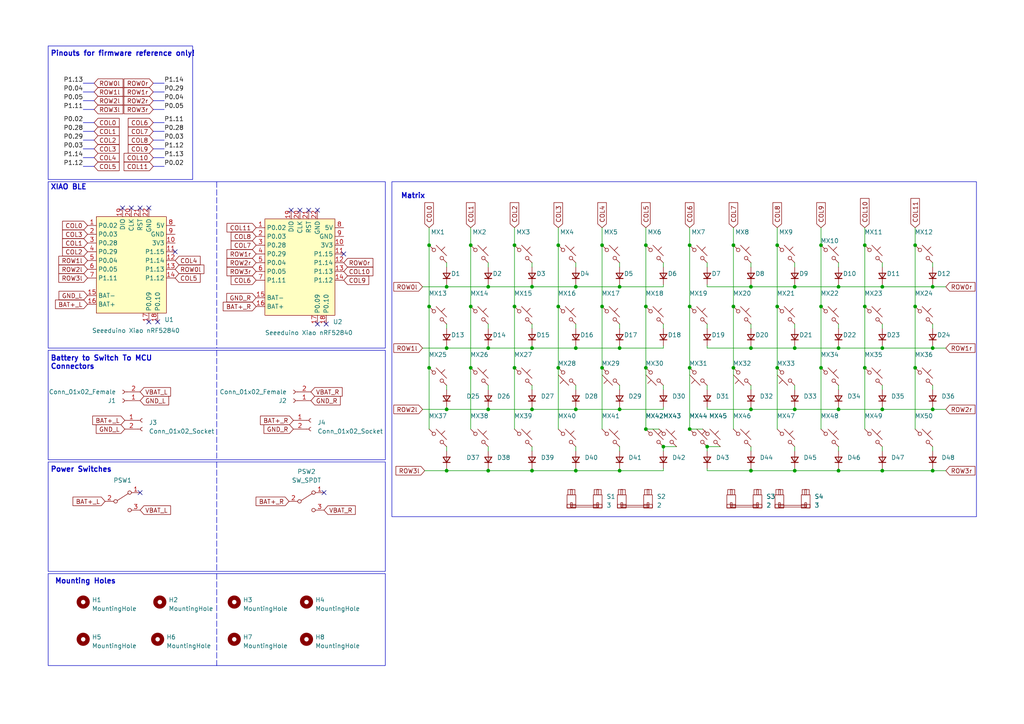
<source format=kicad_sch>
(kicad_sch (version 20230121) (generator eeschema)
  (paper "A4")
  (junction (at 154.305 118.745))
  (junction (at 149.225 88.9))
  (junction (at 167.005 118.745))
  (junction (at 217.805 136.525))
  (junction (at 167.005 100.965))
  (junction (at 238.125 106.68))
  (junction (at 225.425 106.68))
  (junction (at 217.805 100.965))
  (junction (at 161.925 106.68))
  (junction (at 200.025 124.46))
  (junction (at 124.46 88.9))
  (junction (at 161.925 88.9))
  (junction (at 200.025 71.12))
  (junction (at 238.125 71.12))
  (junction (at 174.625 71.12))
  (junction (at 217.805 83.185))
  (junction (at 270.51 136.525))
  (junction (at 265.43 88.9))
  (junction (at 243.205 136.525))
  (junction (at 154.305 136.525))
  (junction (at 141.605 136.525))
  (junction (at 187.325 106.68))
  (junction (at 238.125 88.9))
  (junction (at 270.51 100.965))
  (junction (at 187.325 88.9))
  (junction (at 179.705 83.185))
  (junction (at 129.54 83.185))
  (junction (at 179.705 118.745))
  (junction (at 200.025 106.68))
  (junction (at 270.51 118.745))
  (junction (at 255.905 100.965))
  (junction (at 243.205 83.185))
  (junction (at 129.54 100.965))
  (junction (at 230.505 100.965))
  (junction (at 265.43 106.68))
  (junction (at 250.825 88.9))
  (junction (at 230.505 118.745))
  (junction (at 217.805 118.745))
  (junction (at 230.505 136.525))
  (junction (at 225.425 71.12))
  (junction (at 149.225 71.12))
  (junction (at 243.205 118.745))
  (junction (at 167.005 136.525))
  (junction (at 250.825 71.12))
  (junction (at 154.305 83.185))
  (junction (at 265.43 71.12))
  (junction (at 212.725 88.9))
  (junction (at 187.325 71.12))
  (junction (at 149.225 106.68))
  (junction (at 124.46 71.12))
  (junction (at 255.905 136.525))
  (junction (at 205.105 129.54))
  (junction (at 141.605 83.185))
  (junction (at 179.705 100.965))
  (junction (at 136.525 106.68))
  (junction (at 141.605 100.965))
  (junction (at 141.605 118.745))
  (junction (at 255.905 83.185))
  (junction (at 124.46 106.68))
  (junction (at 255.905 118.745))
  (junction (at 129.54 118.745))
  (junction (at 179.705 136.525))
  (junction (at 270.51 83.185))
  (junction (at 136.525 71.12))
  (junction (at 167.005 83.185))
  (junction (at 212.725 71.12))
  (junction (at 174.625 88.9))
  (junction (at 174.625 106.68))
  (junction (at 154.305 100.965))
  (junction (at 129.54 136.525))
  (junction (at 161.925 71.12))
  (junction (at 192.405 129.54))
  (junction (at 187.325 124.46))
  (junction (at 250.825 106.68))
  (junction (at 230.505 83.185))
  (junction (at 136.525 88.9))
  (junction (at 200.025 88.9))
  (junction (at 212.725 106.68))
  (junction (at 225.425 88.9))
  (junction (at 243.205 100.965))
  (no_connect (at 99.695 73.66))
  (no_connect (at 93.98 142.875))
  (no_connect (at 92.075 93.98))
  (no_connect (at 84.455 60.96))
  (no_connect (at 40.64 60.325))
  (no_connect (at 38.1 60.325))
  (no_connect (at 92.075 60.96))
  (no_connect (at 94.615 93.98))
  (no_connect (at 43.18 93.345))
  (no_connect (at 50.8 73.025))
  (no_connect (at 40.64 142.875))
  (no_connect (at 86.995 60.96))
  (no_connect (at 45.72 93.345))
  (no_connect (at 35.56 60.325))
  (no_connect (at 89.535 60.96))
  (no_connect (at 43.18 60.325))
  (wire (pts (xy 238.125 106.68) (xy 238.125 124.46)))
  (wire (pts (xy 250.825 88.9) (xy 250.825 106.68)))
  (wire (pts (xy 179.705 135.89) (xy 179.705 136.525)))
  (polyline (pts (xy 62.865 192.405) (xy 62.865 193.04)))
  (wire (pts (xy 129.54 136.525) (xy 141.605 136.525)))
  (wire (pts (xy 141.605 100.33) (xy 141.605 100.965)))
  (wire (pts (xy 154.305 76.2) (xy 154.305 77.47)))
  (wire (pts (xy 243.205 118.745) (xy 255.905 118.745)))
  (wire (pts (xy 217.805 93.98) (xy 217.805 95.25)))
  (wire (pts (xy 187.325 124.46) (xy 191.135 124.46)))
  (wire (pts (xy 238.125 71.12) (xy 238.125 88.9)))
  (wire (pts (xy 230.505 118.11) (xy 230.505 118.745)))
  (wire (pts (xy 205.105 129.54) (xy 205.105 130.81)))
  (wire (pts (xy 265.43 71.12) (xy 265.43 88.9)))
  (wire (pts (xy 205.105 135.89) (xy 205.105 136.525)))
  (wire (pts (xy 179.705 83.185) (xy 192.405 83.185)))
  (wire (pts (xy 154.305 136.525) (xy 167.005 136.525)))
  (wire (pts (xy 154.305 93.98) (xy 154.305 95.25)))
  (wire (pts (xy 179.705 82.55) (xy 179.705 83.185)))
  (polyline (pts (xy 44.45 45.72) (xy 47.625 45.72)))
  (wire (pts (xy 174.625 88.9) (xy 174.625 106.68)))
  (wire (pts (xy 124.46 106.68) (xy 124.46 124.46)))
  (wire (pts (xy 205.105 118.11) (xy 205.105 118.745)))
  (wire (pts (xy 230.505 136.525) (xy 243.205 136.525)))
  (wire (pts (xy 161.925 66.04) (xy 161.925 71.12)))
  (wire (pts (xy 167.005 83.185) (xy 179.705 83.185)))
  (wire (pts (xy 243.205 135.89) (xy 243.205 136.525)))
  (wire (pts (xy 149.225 66.04) (xy 149.225 71.12)))
  (wire (pts (xy 217.805 83.185) (xy 230.505 83.185)))
  (polyline (pts (xy 24.13 29.21) (xy 27.305 29.21)))
  (wire (pts (xy 124.46 66.04) (xy 124.46 71.12)))
  (wire (pts (xy 129.54 129.54) (xy 129.54 130.81)))
  (wire (pts (xy 225.425 88.9) (xy 225.425 106.68)))
  (polyline (pts (xy 44.45 40.64) (xy 47.625 40.64)))
  (wire (pts (xy 129.54 100.965) (xy 141.605 100.965)))
  (wire (pts (xy 255.905 118.11) (xy 255.905 118.745)))
  (wire (pts (xy 174.625 71.12) (xy 174.625 88.9)))
  (wire (pts (xy 154.305 83.185) (xy 167.005 83.185)))
  (wire (pts (xy 122.555 100.965) (xy 129.54 100.965)))
  (wire (pts (xy 149.225 71.12) (xy 149.225 88.9)))
  (wire (pts (xy 217.805 100.965) (xy 230.505 100.965)))
  (wire (pts (xy 149.225 106.68) (xy 149.225 124.46)))
  (wire (pts (xy 230.505 111.76) (xy 230.505 113.03)))
  (wire (pts (xy 141.605 129.54) (xy 141.605 130.81)))
  (wire (pts (xy 230.505 100.33) (xy 230.505 100.965)))
  (wire (pts (xy 167.005 82.55) (xy 167.005 83.185)))
  (polyline (pts (xy 62.865 101.6) (xy 62.865 133.35)) (stroke (width 0) (type dash)))
  (polyline (pts (xy 62.865 52.705) (xy 62.865 100.965)) (stroke (width 0) (type dash)))
  (wire (pts (xy 187.325 66.04) (xy 187.325 71.12)))
  (wire (pts (xy 192.405 118.11) (xy 192.405 118.745)))
  (wire (pts (xy 270.51 118.11) (xy 270.51 118.745)))
  (wire (pts (xy 167.005 100.33) (xy 167.005 100.965)))
  (wire (pts (xy 141.605 118.745) (xy 154.305 118.745)))
  (wire (pts (xy 230.505 135.89) (xy 230.505 136.525)))
  (wire (pts (xy 129.54 118.745) (xy 141.605 118.745)))
  (wire (pts (xy 167.005 93.98) (xy 167.005 95.25)))
  (wire (pts (xy 243.205 129.54) (xy 243.205 130.81)))
  (wire (pts (xy 205.105 93.98) (xy 205.105 95.25)))
  (wire (pts (xy 243.205 100.965) (xy 255.905 100.965)))
  (wire (pts (xy 179.705 129.54) (xy 179.705 130.81)))
  (wire (pts (xy 255.905 118.745) (xy 270.51 118.745)))
  (wire (pts (xy 217.805 129.54) (xy 217.805 130.81)))
  (wire (pts (xy 141.605 93.98) (xy 141.605 95.25)))
  (wire (pts (xy 179.705 111.76) (xy 179.705 113.03)))
  (wire (pts (xy 167.005 129.54) (xy 167.005 130.81)))
  (wire (pts (xy 141.605 76.2) (xy 141.605 77.47)))
  (wire (pts (xy 255.905 93.98) (xy 255.905 95.25)))
  (wire (pts (xy 124.46 88.9) (xy 124.46 106.68)))
  (wire (pts (xy 154.305 111.76) (xy 154.305 113.03)))
  (wire (pts (xy 124.46 71.12) (xy 124.46 88.9)))
  (wire (pts (xy 270.51 129.54) (xy 270.51 130.81)))
  (wire (pts (xy 154.305 129.54) (xy 154.305 130.81)))
  (wire (pts (xy 270.51 118.745) (xy 274.32 118.745)))
  (wire (pts (xy 225.425 66.04) (xy 225.425 71.12)))
  (wire (pts (xy 179.705 136.525) (xy 192.405 136.525)))
  (wire (pts (xy 154.305 82.55) (xy 154.305 83.185)))
  (wire (pts (xy 129.54 82.55) (xy 129.54 83.185)))
  (wire (pts (xy 250.825 66.04) (xy 250.825 71.12)))
  (polyline (pts (xy 44.45 24.13) (xy 47.625 24.13)))
  (wire (pts (xy 270.51 135.89) (xy 270.51 136.525)))
  (wire (pts (xy 179.705 118.11) (xy 179.705 118.745)))
  (wire (pts (xy 122.555 118.745) (xy 129.54 118.745)))
  (wire (pts (xy 225.425 106.68) (xy 225.425 124.46)))
  (wire (pts (xy 217.805 118.11) (xy 217.805 118.745)))
  (wire (pts (xy 174.625 66.04) (xy 174.625 71.12)))
  (wire (pts (xy 129.54 76.2) (xy 129.54 77.47)))
  (wire (pts (xy 230.505 82.55) (xy 230.505 83.185)))
  (wire (pts (xy 141.605 82.55) (xy 141.605 83.185)))
  (wire (pts (xy 154.305 118.11) (xy 154.305 118.745)))
  (wire (pts (xy 230.505 100.965) (xy 243.205 100.965)))
  (wire (pts (xy 230.505 76.2) (xy 230.505 77.47)))
  (wire (pts (xy 136.525 88.9) (xy 136.525 106.68)))
  (wire (pts (xy 167.005 118.11) (xy 167.005 118.745)))
  (wire (pts (xy 217.805 111.76) (xy 217.805 113.03)))
  (wire (pts (xy 192.405 111.76) (xy 192.405 113.03)))
  (wire (pts (xy 230.505 129.54) (xy 230.505 130.81)))
  (wire (pts (xy 255.905 100.33) (xy 255.905 100.965)))
  (wire (pts (xy 129.54 135.89) (xy 129.54 136.525)))
  (wire (pts (xy 270.51 136.525) (xy 274.32 136.525)))
  (wire (pts (xy 161.925 106.68) (xy 161.925 124.46)))
  (wire (pts (xy 154.305 118.745) (xy 167.005 118.745)))
  (wire (pts (xy 212.725 88.9) (xy 212.725 106.68)))
  (wire (pts (xy 129.54 83.185) (xy 141.605 83.185)))
  (wire (pts (xy 167.005 136.525) (xy 179.705 136.525)))
  (wire (pts (xy 230.505 83.185) (xy 243.205 83.185)))
  (wire (pts (xy 225.425 71.12) (xy 225.425 88.9)))
  (wire (pts (xy 238.125 88.9) (xy 238.125 106.68)))
  (wire (pts (xy 217.805 100.33) (xy 217.805 100.965)))
  (wire (pts (xy 136.525 106.68) (xy 136.525 124.46)))
  (wire (pts (xy 141.605 118.11) (xy 141.605 118.745)))
  (wire (pts (xy 129.54 111.76) (xy 129.54 113.03)))
  (wire (pts (xy 205.105 118.745) (xy 217.805 118.745)))
  (wire (pts (xy 154.305 100.33) (xy 154.305 100.965)))
  (wire (pts (xy 265.43 66.04) (xy 265.43 71.12)))
  (wire (pts (xy 265.43 88.9) (xy 265.43 106.68)))
  (wire (pts (xy 205.105 76.2) (xy 205.105 77.47)))
  (wire (pts (xy 217.805 135.89) (xy 217.805 136.525)))
  (wire (pts (xy 255.905 129.54) (xy 255.905 130.81)))
  (wire (pts (xy 129.54 100.33) (xy 129.54 100.965)))
  (wire (pts (xy 141.605 135.89) (xy 141.605 136.525)))
  (wire (pts (xy 136.525 71.12) (xy 136.525 88.9)))
  (wire (pts (xy 129.54 118.11) (xy 129.54 118.745)))
  (wire (pts (xy 179.705 118.745) (xy 192.405 118.745)))
  (wire (pts (xy 238.125 66.04) (xy 238.125 71.12)))
  (wire (pts (xy 154.305 135.89) (xy 154.305 136.525)))
  (wire (pts (xy 217.805 136.525) (xy 230.505 136.525)))
  (polyline (pts (xy 24.13 45.72) (xy 27.305 45.72)))
  (wire (pts (xy 161.925 88.9) (xy 161.925 106.68)))
  (polyline (pts (xy 44.45 26.67) (xy 47.625 26.67)))
  (wire (pts (xy 205.105 82.55) (xy 205.105 83.185)))
  (wire (pts (xy 200.025 124.46) (xy 203.835 124.46)))
  (wire (pts (xy 270.51 76.2) (xy 270.51 77.47)))
  (polyline (pts (xy 24.13 48.26) (xy 27.305 48.26)))
  (wire (pts (xy 167.005 135.89) (xy 167.005 136.525)))
  (wire (pts (xy 205.105 83.185) (xy 217.805 83.185)))
  (wire (pts (xy 174.625 106.68) (xy 174.625 124.46)))
  (wire (pts (xy 212.725 71.12) (xy 212.725 88.9)))
  (wire (pts (xy 270.51 93.98) (xy 270.51 95.25)))
  (wire (pts (xy 179.705 100.965) (xy 192.405 100.965)))
  (wire (pts (xy 255.905 135.89) (xy 255.905 136.525)))
  (wire (pts (xy 200.025 66.04) (xy 200.025 71.12)))
  (wire (pts (xy 265.43 106.68) (xy 265.43 124.46)))
  (wire (pts (xy 243.205 93.98) (xy 243.205 95.25)))
  (wire (pts (xy 243.205 100.33) (xy 243.205 100.965)))
  (wire (pts (xy 255.905 100.965) (xy 270.51 100.965)))
  (wire (pts (xy 123.19 136.525) (xy 129.54 136.525)))
  (wire (pts (xy 192.405 129.54) (xy 196.215 129.54)))
  (wire (pts (xy 192.405 100.33) (xy 192.405 100.965)))
  (wire (pts (xy 205.105 136.525) (xy 217.805 136.525)))
  (polyline (pts (xy 44.45 29.21) (xy 47.625 29.21)))
  (wire (pts (xy 270.51 83.185) (xy 274.32 83.185)))
  (wire (pts (xy 205.105 100.965) (xy 217.805 100.965)))
  (wire (pts (xy 141.605 111.76) (xy 141.605 113.03)))
  (polyline (pts (xy 62.865 133.985) (xy 62.865 165.735)) (stroke (width 0) (type dash)))
  (wire (pts (xy 243.205 82.55) (xy 243.205 83.185)))
  (wire (pts (xy 167.005 111.76) (xy 167.005 113.03)))
  (polyline (pts (xy 44.45 38.1) (xy 47.625 38.1)))
  (wire (pts (xy 122.555 83.185) (xy 129.54 83.185)))
  (wire (pts (xy 161.925 71.12) (xy 161.925 88.9)))
  (wire (pts (xy 250.825 106.68) (xy 250.825 124.46)))
  (wire (pts (xy 200.025 106.68) (xy 200.025 124.46)))
  (wire (pts (xy 167.005 100.965) (xy 179.705 100.965)))
  (polyline (pts (xy 24.13 43.18) (xy 27.305 43.18)))
  (wire (pts (xy 255.905 76.2) (xy 255.905 77.47)))
  (wire (pts (xy 230.505 118.745) (xy 243.205 118.745)))
  (wire (pts (xy 255.905 82.55) (xy 255.905 83.185)))
  (wire (pts (xy 270.51 111.76) (xy 270.51 113.03)))
  (wire (pts (xy 154.305 100.965) (xy 167.005 100.965)))
  (wire (pts (xy 200.025 88.9) (xy 200.025 106.68)))
  (polyline (pts (xy 24.13 35.56) (xy 27.305 35.56)))
  (wire (pts (xy 192.405 82.55) (xy 192.405 83.185)))
  (wire (pts (xy 217.805 82.55) (xy 217.805 83.185)))
  (wire (pts (xy 192.405 135.89) (xy 192.405 136.525)))
  (polyline (pts (xy 24.13 31.75) (xy 27.305 31.75)))
  (wire (pts (xy 255.905 83.185) (xy 270.51 83.185)))
  (polyline (pts (xy 24.13 38.1) (xy 27.305 38.1)))
  (wire (pts (xy 212.725 66.04) (xy 212.725 71.12)))
  (wire (pts (xy 129.54 93.98) (xy 129.54 95.25)))
  (wire (pts (xy 192.405 76.2) (xy 192.405 77.47)))
  (wire (pts (xy 243.205 83.185) (xy 255.905 83.185)))
  (wire (pts (xy 167.005 76.2) (xy 167.005 77.47)))
  (wire (pts (xy 212.725 106.68) (xy 212.725 124.46)))
  (wire (pts (xy 179.705 93.98) (xy 179.705 95.25)))
  (wire (pts (xy 270.51 100.965) (xy 274.32 100.965)))
  (wire (pts (xy 217.805 118.745) (xy 230.505 118.745)))
  (wire (pts (xy 243.205 136.525) (xy 255.905 136.525)))
  (wire (pts (xy 217.805 76.2) (xy 217.805 77.47)))
  (polyline (pts (xy 44.45 48.26) (xy 47.625 48.26)))
  (wire (pts (xy 270.51 100.33) (xy 270.51 100.965)))
  (polyline (pts (xy 44.45 31.75) (xy 47.625 31.75)))
  (wire (pts (xy 179.705 76.2) (xy 179.705 77.47)))
  (wire (pts (xy 167.005 118.745) (xy 179.705 118.745)))
  (polyline (pts (xy 24.13 26.67) (xy 27.305 26.67)))
  (wire (pts (xy 192.405 93.98) (xy 192.405 95.25)))
  (polyline (pts (xy 44.45 35.56) (xy 47.625 35.56)))
  (wire (pts (xy 205.105 111.76) (xy 205.105 113.03)))
  (wire (pts (xy 141.605 83.185) (xy 154.305 83.185)))
  (polyline (pts (xy 62.865 166.37) (xy 62.865 193.04)) (stroke (width 0) (type dash)))
  (wire (pts (xy 243.205 76.2) (xy 243.205 77.47)))
  (polyline (pts (xy 24.13 24.13) (xy 27.305 24.13)))
  (polyline (pts (xy 44.45 43.18) (xy 47.625 43.18)))
  (wire (pts (xy 192.405 129.54) (xy 192.405 130.81)))
  (wire (pts (xy 205.105 129.54) (xy 208.915 129.54)))
  (wire (pts (xy 141.605 136.525) (xy 154.305 136.525)))
  (wire (pts (xy 255.905 136.525) (xy 270.51 136.525)))
  (wire (pts (xy 243.205 111.76) (xy 243.205 113.03)))
  (wire (pts (xy 255.905 111.76) (xy 255.905 113.03)))
  (wire (pts (xy 187.325 71.12) (xy 187.325 88.9)))
  (wire (pts (xy 250.825 71.12) (xy 250.825 88.9)))
  (wire (pts (xy 200.025 71.12) (xy 200.025 88.9)))
  (wire (pts (xy 141.605 100.965) (xy 154.305 100.965)))
  (wire (pts (xy 179.705 100.33) (xy 179.705 100.965)))
  (wire (pts (xy 243.205 118.11) (xy 243.205 118.745)))
  (wire (pts (xy 136.525 66.04) (xy 136.525 71.12)))
  (wire (pts (xy 205.105 100.33) (xy 205.105 100.965)))
  (wire (pts (xy 149.225 88.9) (xy 149.225 106.68)))
  (wire (pts (xy 270.51 82.55) (xy 270.51 83.185)))
  (wire (pts (xy 187.325 88.9) (xy 187.325 106.68)))
  (wire (pts (xy 187.325 106.68) (xy 187.325 124.46)))
  (polyline (pts (xy 24.13 40.64) (xy 27.305 40.64)))
  (wire (pts (xy 230.505 93.98) (xy 230.505 95.25)))
  (rectangle (start 13.97 133.985) (end 111.76 165.735))
  (rectangle (start 13.97 52.705) (end 111.76 100.965))
  (rectangle (start 13.97 13.335) (end 55.88 52.07))
  (rectangle (start 13.97 101.6) (end 111.76 133.35))
  (rectangle (start 113.665 52.705) (end 283.21 149.86))
  (rectangle (start 13.97 166.37) (end 111.76 193.04))
  (text "Pinouts for firmware reference only!" (at 14.605 16.51 0) (effects (font (size 1.5 1.5) (thickness 0.3) bold) (justify left bottom)))
  (text "Mounting Holes" (at 15.875 169.545 0) (effects (font (size 1.5 1.5) (thickness 0.3) bold) (justify left bottom)))
  (text "XIAO BLE" (at 14.605 55.245 0) (effects (font (size 1.5 1.5) (thickness 0.3) bold) (justify left bottom)))
  (text "Battery to Switch To MCU\nConnectors\n" (at 14.605 107.315 0) (effects (font (size 1.5 1.5) (thickness 0.3) bold) (justify left bottom)))
  (text "Matrix" (at 116.205 57.785 0) (effects (font (size 1.5 1.5) (thickness 0.3) bold) (justify left bottom)))
  (text "Power Switches" (at 14.605 137.16 0) (effects (font (size 1.5 1.5) (thickness 0.3) bold) (justify left bottom)))
  (label "P1.12" (at 24.13 48.26 180))
  (label "P0.29" (at 47.625 26.67 0))
  (label "P1.11" (at 47.625 35.56 0))
  (label "P0.05" (at 24.13 29.21 180))
  (label "P0.03" (at 24.13 43.18 180))
  (label "P0.04" (at 24.13 26.67 180))
  (label "P1.13" (at 47.625 45.72 0))
  (label "P0.29" (at 24.13 40.64 180))
  (label "P0.02" (at 47.625 48.26 0))
  (label "P1.14" (at 24.13 45.72 180))
  (label "P0.04" (at 47.625 29.21 0))
  (label "P0.28" (at 47.625 38.1 0))
  (label "P1.13" (at 24.13 24.13 180))
  (label "P0.03" (at 47.625 40.64 0))
  (label "P1.11" (at 24.13 31.75 180))
  (label "P0.02" (at 24.13 35.56 180))
  (label "P1.14" (at 47.625 24.13 0))
  (label "P0.05" (at 47.625 31.75 0))
  (label "P0.28" (at 24.13 38.1 180))
  (label "P1.12" (at 47.625 43.18 0))
  (global_label "ROW2r" (shape input) (at 74.295 76.2 180) (property "Intersheetrefs" "${INTERSHEET_REFS}" (effects hide)))
  (global_label "COL0" (shape input) (at 25.4 65.405 180) (property "Intersheetrefs" "${INTERSHEET_REFS}" (effects hide)))
  (global_label "ROW1r" (shape input) (at 274.32 100.965 0) (property "Intersheetrefs" "${INTERSHEET_REFS}" (effects hide)))
  (global_label "ROW0l" (shape input) (at 50.8 78.105 0) (property "Intersheetrefs" "${INTERSHEET_REFS}" (effects hide)))
  (global_label "ROW0l" (shape input) (at 122.555 83.185 180) (property "Intersheetrefs" "${INTERSHEET_REFS}" (effects hide)))
  (global_label "GND_R" (shape input) (at 74.295 86.36 180) (property "Intersheetrefs" "${INTERSHEET_REFS}" (effects hide)))
  (global_label "COL6" (shape input) (at 74.295 81.28 180) (property "Intersheetrefs" "${INTERSHEET_REFS}" (effects hide)))
  (global_label "COL11" (shape input) (at 265.43 66.04 90) (property "Intersheetrefs" "${INTERSHEET_REFS}" (effects hide)))
  (global_label "BAT+_R" (shape input) (at 83.82 145.415 180) (property "Intersheetrefs" "${INTERSHEET_REFS}" (effects hide)))
  (global_label "COL1" (shape input) (at 136.525 66.04 90) (property "Intersheetrefs" "${INTERSHEET_REFS}" (effects hide)))
  (global_label "COL7" (shape input) (at 74.295 71.12 180) (property "Intersheetrefs" "${INTERSHEET_REFS}" (effects hide)))
  (global_label "COL0" (shape input) (at 124.46 66.04 90) (property "Intersheetrefs" "${INTERSHEET_REFS}" (effects hide)))
  (global_label "COL1" (shape input) (at 25.4 70.485 180) (property "Intersheetrefs" "${INTERSHEET_REFS}" (effects hide)))
  (global_label "COL9" (shape input) (at 99.695 81.28 0) (property "Intersheetrefs" "${INTERSHEET_REFS}" (effects hide)))
  (global_label "VBAT_R" (shape input) (at 90.17 113.665 0) (property "Intersheetrefs" "${INTERSHEET_REFS}" (effects hide)))
  (global_label "ROW3r" (shape input) (at 274.32 136.525 0) (property "Intersheetrefs" "${INTERSHEET_REFS}" (effects hide)))
  (global_label "COL8" (shape input) (at 225.425 66.04 90) (property "Intersheetrefs" "${INTERSHEET_REFS}" (effects hide)))
  (global_label "COL0" (shape input) (at 27.305 35.56 0) (property "Intersheetrefs" "${INTERSHEET_REFS}" (effects hide)))
  (global_label "COL3" (shape input) (at 25.4 67.945 180) (property "Intersheetrefs" "${INTERSHEET_REFS}" (effects hide)))
  (global_label "COL10" (shape input) (at 250.825 66.04 90) (property "Intersheetrefs" "${INTERSHEET_REFS}" (effects hide)))
  (global_label "BAT+_L" (shape input) (at 30.48 145.415 180) (property "Intersheetrefs" "${INTERSHEET_REFS}" (effects hide)))
  (global_label "COL9" (shape input) (at 238.125 66.04 90) (property "Intersheetrefs" "${INTERSHEET_REFS}" (effects hide)))
  (global_label "COL8" (shape input) (at 74.295 68.58 180) (property "Intersheetrefs" "${INTERSHEET_REFS}" (effects hide)))
  (global_label "ROW2l" (shape input) (at 122.555 118.745 180) (property "Intersheetrefs" "${INTERSHEET_REFS}" (effects hide)))
  (global_label "ROW0l" (shape input) (at 27.305 24.13 0) (property "Intersheetrefs" "${INTERSHEET_REFS}" (effects hide)))
  (global_label "COL5" (shape input) (at 27.305 48.26 0) (property "Intersheetrefs" "${INTERSHEET_REFS}" (effects hide)))
  (global_label "BAT+_L" (shape input) (at 36.195 121.92 180) (property "Intersheetrefs" "${INTERSHEET_REFS}" (effects hide)))
  (global_label "GND_R" (shape input) (at 85.09 124.46 180) (property "Intersheetrefs" "${INTERSHEET_REFS}" (effects hide)))
  (global_label "ROW1l" (shape input) (at 25.4 75.565 180) (property "Intersheetrefs" "${INTERSHEET_REFS}" (effects hide)))
  (global_label "VBAT_R" (shape input) (at 93.98 147.955 0) (property "Intersheetrefs" "${INTERSHEET_REFS}" (effects hide)))
  (global_label "GND_L" (shape input) (at 40.64 116.205 0) (property "Intersheetrefs" "${INTERSHEET_REFS}" (effects hide)))
  (global_label "ROW3r" (shape input) (at 44.45 31.75 180) (property "Intersheetrefs" "${INTERSHEET_REFS}" (effects hide)))
  (global_label "COL2" (shape input) (at 25.4 73.025 180) (property "Intersheetrefs" "${INTERSHEET_REFS}" (effects hide)))
  (global_label "COL10" (shape input) (at 44.45 45.72 180) (property "Intersheetrefs" "${INTERSHEET_REFS}" (effects hide)))
  (global_label "ROW1l" (shape input) (at 122.555 100.965 180) (property "Intersheetrefs" "${INTERSHEET_REFS}" (effects hide)))
  (global_label "ROW0r" (shape input) (at 99.695 76.2 0) (property "Intersheetrefs" "${INTERSHEET_REFS}" (effects hide)))
  (global_label "COL4" (shape input) (at 50.8 75.565 0) (property "Intersheetrefs" "${INTERSHEET_REFS}" (effects hide)))
  (global_label "COL11" (shape input) (at 44.45 48.26 180) (property "Intersheetrefs" "${INTERSHEET_REFS}" (effects hide)))
  (global_label "COL4" (shape input) (at 174.625 66.04 90) (property "Intersheetrefs" "${INTERSHEET_REFS}" (effects hide)))
  (global_label "COL8" (shape input) (at 44.45 40.64 180) (property "Intersheetrefs" "${INTERSHEET_REFS}" (effects hide)))
  (global_label "COL2" (shape input) (at 149.225 66.04 90) (property "Intersheetrefs" "${INTERSHEET_REFS}" (effects hide)))
  (global_label "ROW2l" (shape input) (at 25.4 78.105 180) (property "Intersheetrefs" "${INTERSHEET_REFS}" (effects hide)))
  (global_label "BAT+_R" (shape input) (at 85.09 121.92 180) (property "Intersheetrefs" "${INTERSHEET_REFS}" (effects hide)))
  (global_label "ROW3l" (shape input) (at 123.19 136.525 180) (property "Intersheetrefs" "${INTERSHEET_REFS}" (effects hide)))
  (global_label "COL1" (shape input) (at 27.305 38.1 0) (property "Intersheetrefs" "${INTERSHEET_REFS}" (effects hide)))
  (global_label "VBAT_L" (shape input) (at 40.64 113.665 0) (property "Intersheetrefs" "${INTERSHEET_REFS}" (effects hide)))
  (global_label "ROW1r" (shape input) (at 44.45 26.67 180) (property "Intersheetrefs" "${INTERSHEET_REFS}" (effects hide)))
  (global_label "ROW1r" (shape input) (at 74.295 73.66 180) (property "Intersheetrefs" "${INTERSHEET_REFS}" (effects hide)))
  (global_label "ROW2r" (shape input) (at 274.32 118.745 0) (property "Intersheetrefs" "${INTERSHEET_REFS}" (effects hide)))
  (global_label "GND_L" (shape input) (at 36.195 124.46 180) (property "Intersheetrefs" "${INTERSHEET_REFS}" (effects hide)))
  (global_label "COL5" (shape input) (at 50.8 80.645 0) (property "Intersheetrefs" "${INTERSHEET_REFS}" (effects hide)))
  (global_label "BAT+_L" (shape input) (at 25.4 88.265 180) (property "Intersheetrefs" "${INTERSHEET_REFS}" (effects hide)))
  (global_label "COL3" (shape input) (at 161.925 66.04 90) (property "Intersheetrefs" "${INTERSHEET_REFS}" (effects hide)))
  (global_label "COL7" (shape input) (at 212.725 66.04 90) (property "Intersheetrefs" "${INTERSHEET_REFS}" (effects hide)))
  (global_label "ROW2l" (shape input) (at 27.305 29.21 0) (property "Intersheetrefs" "${INTERSHEET_REFS}" (effects hide)))
  (global_label "GND_R" (shape input) (at 90.17 116.205 0) (property "Intersheetrefs" "${INTERSHEET_REFS}" (effects hide)))
  (global_label "ROW0r" (shape input) (at 44.45 24.13 180) (property "Intersheetrefs" "${INTERSHEET_REFS}" (effects hide)))
  (global_label "ROW0r" (shape input) (at 274.32 83.185 0) (property "Intersheetrefs" "${INTERSHEET_REFS}" (effects hide)))
  (global_label "COL9" (shape input) (at 44.45 43.18 180) (property "Intersheetrefs" "${INTERSHEET_REFS}" (effects hide)))
  (global_label "COL10" (shape input) (at 99.695 78.74 0) (property "Intersheetrefs" "${INTERSHEET_REFS}" (effects hide)))
  (global_label "COL2" (shape input) (at 27.305 40.64 0) (property "Intersheetrefs" "${INTERSHEET_REFS}" (effects hide)))
  (global_label "GND_L" (shape input) (at 25.4 85.725 180) (property "Intersheetrefs" "${INTERSHEET_REFS}" (effects hide)))
  (global_label "COL6" (shape input) (at 44.45 35.56 180) (property "Intersheetrefs" "${INTERSHEET_REFS}" (effects hide)))
  (global_label "COL3" (shape input) (at 27.305 43.18 0) (property "Intersheetrefs" "${INTERSHEET_REFS}" (effects hide)))
  (global_label "COL7" (shape input) (at 44.45 38.1 180) (property "Intersheetrefs" "${INTERSHEET_REFS}" (effects hide)))
  (global_label "ROW3l" (shape input) (at 25.4 80.645 180) (property "Intersheetrefs" "${INTERSHEET_REFS}" (effects hide)))
  (global_label "ROW3l" (shape input) (at 27.305 31.75 0) (property "Intersheetrefs" "${INTERSHEET_REFS}" (effects hide)))
  (global_label "COL6" (shape input) (at 200.025 66.04 90) (property "Intersheetrefs" "${INTERSHEET_REFS}" (effects hide)))
  (global_label "COL5" (shape input) (at 187.325 66.04 90) (property "Intersheetrefs" "${INTERSHEET_REFS}" (effects hide)))
  (global_label "COL4" (shape input) (at 27.305 45.72 0) (property "Intersheetrefs" "${INTERSHEET_REFS}" (effects hide)))
  (global_label "BAT+_R" (shape input) (at 74.295 88.9 180) (property "Intersheetrefs" "${INTERSHEET_REFS}" (effects hide)))
  (global_label "ROW3r" (shape input) (at 74.295 78.74 180) (property "Intersheetrefs" "${INTERSHEET_REFS}" (effects hide)))
  (global_label "ROW2r" (shape input) (at 44.45 29.21 180) (property "Intersheetrefs" "${INTERSHEET_REFS}" (effects hide)))
  (global_label "COL11" (shape input) (at 74.295 66.04 180) (property "Intersheetrefs" "${INTERSHEET_REFS}" (effects hide)))
  (global_label "ROW1l" (shape input) (at 27.305 26.67 0) (property "Intersheetrefs" "${INTERSHEET_REFS}" (effects hide)))
  (global_label "VBAT_L" (shape input) (at 40.64 147.955 0) (property "Intersheetrefs" "${INTERSHEET_REFS}" (effects hide)))
  (symbol (lib_id "Device:D_Small") (at 230.505 97.79 90) (unit 1)
    (property "Reference" "D21" (at 231.775 97.155 90) (effects (justify right)))
    (property "Value" "D_Small" (effects hide))
    (property "Footprint" "kbd:D3_TH_SMD_v2" (effects hide))
    (property "Sim.Device" "D" (effects hide))
    (property "Sim.Pins" "1=K 2=A" (effects hide))
  )
  (symbol (lib_id "PCM_marbastlib-mx:MX_SW_solder") (at 177.165 109.22 180) (unit 1)
    (property "Reference" "MX29" (at 177.165 105.41 0))
    (property "Value" "MX_SW_solder" (effects hide))
    (property "Footprint" "PCM_marbastlib-mx:SW_MX_1u" (effects hide))
  )
  (symbol (lib_id "Device:D_Small") (at 179.705 115.57 90) (unit 1)
    (property "Reference" "D29" (at 182.245 114.935 90) (effects (justify right)))
    (property "Value" "D_Small" (effects hide))
    (property "Footprint" "kbd:D3_TH_SMD_v2" (effects hide))
    (property "Sim.Device" "D" (effects hide))
    (property "Sim.Pins" "1=K 2=A" (effects hide))
  )
  (symbol (lib_id "PCM_marbastlib-mx:MX_SW_solder") (at 253.365 91.44 0) (unit 1)
    (property "Reference" "MX23" (at 253.365 85.09 0))
    (property "Value" "MX_SW_solder" (effects hide))
    (property "Footprint" "PCM_marbastlib-mx:SW_MX_1u" (effects hide))
  )
  (symbol (lib_id "PCM_marbastlib-mx:MX_SW_solder") (at 127 73.66 0) (unit 1)
    (property "Reference" "MX1" (at 127 67.31 0))
    (property "Value" "MX_SW_solder" (effects hide))
    (property "Footprint" "PCM_marbastlib-mx:SW_MX_1u" (effects hide))
  )
  (symbol (lib_id "PCM_marbastlib-mx:MX_SW_solder") (at 253.365 127 0) (unit 1)
    (property "Reference" "MX49" (at 253.365 120.65 0))
    (property "Value" "MX_SW_solder" (effects hide))
    (property "Footprint" "PCM_marbastlib-mx:SW_MX_1u" (effects hide))
  )
  (symbol (lib_id "Device:D_Small") (at 154.305 133.35 90) (unit 1)
    (property "Reference" "D39" (at 156.845 132.715 90) (effects (justify right)))
    (property "Value" "D_Small" (effects hide))
    (property "Footprint" "kbd:D3_TH_SMD_v2" (effects hide))
    (property "Sim.Device" "D" (effects hide))
    (property "Sim.Pins" "1=K 2=A" (effects hide))
  )
  (symbol (lib_id "Mechanical:MountingHole") (at 88.9 185.42 0) (unit 1)
    (property "Reference" "H8" (at 91.44 184.785 0) (effects (justify left)))
    (property "Value" "MountingHole" (at 91.44 187.325 0) (effects (justify left)))
    (property "Footprint" "MountingHole:MountingHole_2.2mm_M2_DIN965" (effects hide))
  )
  (symbol (lib_id "PCM_marbastlib-mx:MX_SW_solder") (at 227.965 127 0) (unit 1)
    (property "Reference" "MX47" (at 227.965 120.65 0))
    (property "Value" "MX_SW_solder" (effects hide))
    (property "Footprint" "PCM_marbastlib-mx:SW_MX_1u" (effects hide))
  )
  (symbol (lib_id "PCM_marbastlib-mx:MX_SW_solder") (at 164.465 91.44 0) (unit 1)
    (property "Reference" "MX16" (at 164.465 85.09 0))
    (property "Value" "MX_SW_solder" (effects hide))
    (property "Footprint" "PCM_marbastlib-mx:SW_MX_1u" (effects hide))
  )
  (symbol (lib_id "PCM_marbastlib-mx:MX_SW_solder") (at 139.065 91.44 0) (unit 1)
    (property "Reference" "MX14" (at 139.065 85.09 0))
    (property "Value" "MX_SW_solder" (effects hide))
    (property "Footprint" "PCM_marbastlib-mx:SW_MX_1u" (effects hide))
  )
  (symbol (lib_id "PCM_marbastlib-mx:MX_SW_solder") (at 177.165 91.44 0) (unit 1)
    (property "Reference" "MX17" (at 177.165 85.09 0))
    (property "Value" "MX_SW_solder" (effects hide))
    (property "Footprint" "PCM_marbastlib-mx:SW_MX_1u" (effects hide))
  )
  (symbol (lib_id "PCM_marbastlib-mx:MX_SW_solder") (at 267.97 109.22 0) (unit 1)
    (property "Reference" "MX36" (at 267.97 102.87 0))
    (property "Value" "MX_SW_solder" (effects hide))
    (property "Footprint" "PCM_marbastlib-mx:SW_MX_1u" (effects hide))
  )
  (symbol (lib_id "Device:D_Small") (at 270.51 80.01 90) (unit 1)
    (property "Reference" "D12" (at 271.78 79.375 90) (effects (justify right)))
    (property "Value" "D_Small" (effects hide))
    (property "Footprint" "kbd:D3_TH_SMD_v2" (effects hide))
    (property "Sim.Device" "D" (effects hide))
    (property "Sim.Pins" "1=K 2=A" (effects hide))
  )
  (symbol (lib_id "PCM_marbastlib-mx:MX_SW_solder") (at 227.965 109.22 180) (unit 1)
    (property "Reference" "MX33" (at 227.965 105.41 0))
    (property "Value" "MX_SW_solder" (effects hide))
    (property "Footprint" "PCM_marbastlib-mx:SW_MX_1u" (effects hide))
  )
  (symbol (lib_id "Device:D_Small") (at 217.805 115.57 90) (unit 1)
    (property "Reference" "D32" (at 220.345 114.935 90) (effects (justify right)))
    (property "Value" "D_Small" (effects hide))
    (property "Footprint" "kbd:D3_TH_SMD_v2" (effects hide))
    (property "Sim.Device" "D" (effects hide))
    (property "Sim.Pins" "1=K 2=A" (effects hide))
  )
  (symbol (lib_id "PCM_marbastlib-mx:MX_SW_solder") (at 151.765 127 0) (unit 1)
    (property "Reference" "MX39" (at 151.765 120.65 0))
    (property "Value" "MX_SW_solder" (effects hide))
    (property "Footprint" "PCM_marbastlib-mx:SW_MX_1u" (effects hide))
  )
  (symbol (lib_id "Device:D_Small") (at 217.805 97.79 90) (unit 1)
    (property "Reference" "D20" (at 219.075 97.155 90) (effects (justify right)))
    (property "Value" "D_Small" (effects hide))
    (property "Footprint" "kbd:D3_TH_SMD_v2" (effects hide))
    (property "Sim.Device" "D" (effects hide))
    (property "Sim.Pins" "1=K 2=A" (effects hide))
  )
  (symbol (lib_id "PCM_marbastlib-mx:MX_SW_solder") (at 189.865 127 0) (unit 1)
    (property "Reference" "MX42" (at 189.865 120.65 0))
    (property "Value" "MX_SW_solder" (effects hide))
    (property "Footprint" "PCM_marbastlib-mx:SW_MX_1u" (effects hide))
  )
  (symbol (lib_id "Device:D_Small") (at 270.51 115.57 90) (unit 1)
    (property "Reference" "D36" (at 273.05 114.935 90) (effects (justify right)))
    (property "Value" "D_Small" (effects hide))
    (property "Footprint" "kbd:D3_TH_SMD_v2" (effects hide))
    (property "Sim.Device" "D" (effects hide))
    (property "Sim.Pins" "1=K 2=A" (effects hide))
  )
  (symbol (lib_id "Device:D_Small") (at 255.905 133.35 90) (unit 1)
    (property "Reference" "D47" (at 258.445 132.715 90) (effects (justify right)))
    (property "Value" "D_Small" (effects hide))
    (property "Footprint" "kbd:D3_TH_SMD_v2" (effects hide))
    (property "Sim.Device" "D" (effects hide))
    (property "Sim.Pins" "1=K 2=A" (effects hide))
  )
  (symbol (lib_id "PCM_marbastlib-mx:MX_SW_solder") (at 151.765 109.22 0) (unit 1)
    (property "Reference" "MX27" (at 151.765 102.87 0))
    (property "Value" "MX_SW_solder" (effects hide))
    (property "Footprint" "PCM_marbastlib-mx:SW_MX_1u" (effects hide))
  )
  (symbol (lib_id "PCM_marbastlib-mx:MX_stab") (at 184.15 144.78 0) (unit 1)
    (property "Reference" "S2" (at 190.5 144.018 0) (effects (justify left)))
    (property "Value" "2" (at 190.5 146.558 0) (effects (justify left)))
    (property "Footprint" "PCM_marbastlib-mx:STAB_MX_P_2u" (effects hide))
  )
  (symbol (lib_id "Device:D_Small") (at 167.005 97.79 90) (unit 1)
    (property "Reference" "D16" (at 168.275 97.155 90) (effects (justify right)))
    (property "Value" "D_Small" (effects hide))
    (property "Footprint" "kbd:D3_TH_SMD_v2" (effects hide))
    (property "Sim.Device" "D" (effects hide))
    (property "Sim.Pins" "1=K 2=A" (effects hide))
  )
  (symbol (lib_id "PCM_marbastlib-mx:MX_SW_solder") (at 202.565 127 0) (unit 1)
    (property "Reference" "MX44" (at 202.565 120.65 0))
    (property "Value" "MX_SW_solder" (effects hide))
    (property "Footprint" "PCM_marbastlib-mx:SW_MX_1u" (effects hide))
  )
  (symbol (lib_id "PCM_marbastlib-mx:MX_stab") (at 169.545 144.78 0) (unit 1)
    (property "Reference" "S1" (at 175.895 144.018 0) (effects (justify left)))
    (property "Value" "3" (at 175.895 146.558 0) (effects (justify left)))
    (property "Footprint" "PCM_marbastlib-mx:STAB_MX_P_3u" (effects hide))
  )
  (symbol (lib_id "Mechanical:MountingHole") (at 67.945 174.625 0) (unit 1)
    (property "Reference" "H3" (at 70.485 173.99 0) (effects (justify left)))
    (property "Value" "MountingHole" (at 70.485 176.53 0) (effects (justify left)))
    (property "Footprint" "MountingHole:MountingHole_2.2mm_M2_DIN965" (effects hide))
  )
  (symbol (lib_id "Mechanical:MountingHole") (at 46.355 174.625 0) (unit 1)
    (property "Reference" "H2" (at 48.895 173.99 0) (effects (justify left)))
    (property "Value" "MountingHole" (at 48.895 176.53 0) (effects (justify left)))
    (property "Footprint" "MountingHole:MountingHole_2.2mm_M2_DIN965" (effects hide))
  )
  (symbol (lib_id "Device:D_Small") (at 217.805 80.01 90) (unit 1)
    (property "Reference" "D8" (at 219.075 79.375 90) (effects (justify right)))
    (property "Value" "D_Small" (effects hide))
    (property "Footprint" "kbd:D3_TH_SMD_v2" (effects hide))
    (property "Sim.Device" "D" (effects hide))
    (property "Sim.Pins" "1=K 2=A" (effects hide))
  )
  (symbol (lib_id "Switch:SW_SPDT") (at 35.56 145.415 0) (unit 1)
    (property "Reference" "PSW1" (at 35.56 139.319 0))
    (property "Value" "SW_SPDT" (effects hide))
    (property "Footprint" "PCM_marbastlib-various:SW_MSK12C02-HB" (effects hide))
  )
  (symbol (lib_id "PCM_marbastlib-mx:MX_SW_solder") (at 164.465 127 0) (unit 1)
    (property "Reference" "MX40" (at 164.465 120.65 0))
    (property "Value" "MX_SW_solder" (effects hide))
    (property "Footprint" "PCM_marbastlib-mx:SW_MX_1u" (effects hide))
  )
  (symbol (lib_id "PCM_marbastlib-mx:MX_SW_solder") (at 253.365 109.22 0) (unit 1)
    (property "Reference" "MX35" (at 253.365 102.87 0))
    (property "Value" "MX_SW_solder" (effects hide))
    (property "Footprint" "PCM_marbastlib-mx:SW_MX_1u" (effects hide))
  )
  (symbol (lib_id "Device:D_Small") (at 141.605 97.79 90) (unit 1)
    (property "Reference" "D14" (at 142.875 97.155 90) (effects (justify right)))
    (property "Value" "D_Small" (effects hide))
    (property "Footprint" "kbd:D3_TH_SMD_v2" (effects hide))
    (property "Sim.Device" "D" (effects hide))
    (property "Sim.Pins" "1=K 2=A" (effects hide))
  )
  (symbol (lib_id "PCM_marbastlib-mx:MX_SW_solder") (at 215.265 91.44 0) (unit 1)
    (property "Reference" "MX20" (at 215.265 85.09 0))
    (property "Value" "MX_SW_solder" (effects hide))
    (property "Footprint" "PCM_marbastlib-mx:SW_MX_1u" (effects hide))
  )
  (symbol (lib_id "Device:D_Small") (at 270.51 97.79 90) (unit 1)
    (property "Reference" "D24" (at 271.78 97.155 90) (effects (justify right)))
    (property "Value" "D_Small" (effects hide))
    (property "Footprint" "kbd:D3_TH_SMD_v2" (effects hide))
    (property "Sim.Device" "D" (effects hide))
    (property "Sim.Pins" "1=K 2=A" (effects hide))
  )
  (symbol (lib_id "Device:D_Small") (at 154.305 97.79 90) (unit 1)
    (property "Reference" "D15" (at 155.575 97.155 90) (effects (justify right)))
    (property "Value" "D_Small" (effects hide))
    (property "Footprint" "kbd:D3_TH_SMD_v2" (effects hide))
    (property "Sim.Device" "D" (effects hide))
    (property "Sim.Pins" "1=K 2=A" (effects hide))
  )
  (symbol (lib_id "Device:D_Small") (at 129.54 97.79 90) (unit 1)
    (property "Reference" "D13" (at 130.81 97.155 90) (effects (justify right)))
    (property "Value" "D_Small" (effects hide))
    (property "Footprint" "kbd:D3_TH_SMD_v2" (effects hide))
    (property "Sim.Device" "D" (effects hide))
    (property "Sim.Pins" "1=K 2=A" (effects hide))
  )
  (symbol (lib_id "PCM_marbastlib-mx:MX_SW_solder") (at 240.665 127 0) (unit 1)
    (property "Reference" "MX48" (at 240.665 120.65 0))
    (property "Value" "MX_SW_solder" (effects hide))
    (property "Footprint" "PCM_marbastlib-mx:SW_MX_1u" (effects hide))
  )
  (symbol (lib_id "Device:D_Small") (at 167.005 115.57 90) (unit 1)
    (property "Reference" "D28" (at 169.545 114.935 90) (effects (justify right)))
    (property "Value" "D_Small" (effects hide))
    (property "Footprint" "kbd:D3_TH_SMD_v2" (effects hide))
    (property "Sim.Device" "D" (effects hide))
    (property "Sim.Pins" "1=K 2=A" (effects hide))
  )
  (symbol (lib_id "PCM_marbastlib-mx:MX_stab") (at 229.87 144.78 0) (unit 1)
    (property "Reference" "S4" (at 236.22 144.018 0) (effects (justify left)))
    (property "Value" "3" (at 236.22 146.558 0) (effects (justify left)))
    (property "Footprint" "PCM_marbastlib-mx:STAB_MX_P_3u" (effects hide))
  )
  (symbol (lib_id "Device:D_Small") (at 192.405 115.57 90) (unit 1)
    (property "Reference" "D30" (at 194.945 114.935 90) (effects (justify right)))
    (property "Value" "D_Small" (effects hide))
    (property "Footprint" "kbd:D3_TH_SMD_v2" (effects hide))
    (property "Sim.Device" "D" (effects hide))
    (property "Sim.Pins" "1=K 2=A" (effects hide))
  )
  (symbol (lib_id "Device:D_Small") (at 192.405 80.01 90) (unit 1)
    (property "Reference" "D6" (at 193.675 79.375 90) (effects (justify right)))
    (property "Value" "D_Small" (effects hide))
    (property "Footprint" "kbd:D3_TH_SMD_v2" (effects hide))
    (property "Sim.Device" "D" (effects hide))
    (property "Sim.Pins" "1=K 2=A" (effects hide))
  )
  (symbol (lib_id "Connector:Conn_01x02_Socket") (at 41.275 121.92 0) (unit 1)
    (property "Reference" "J3" (at 43.18 122.555 0) (effects (justify left)))
    (property "Value" "Conn_01x02_Socket" (at 43.18 125.095 0) (effects (justify left)))
    (property "Footprint" "Connector_PinHeader_2.54mm:PinHeader_1x02_P2.54mm_Vertical" (effects hide))
  )
  (symbol (lib_id "PCM_marbastlib-mx:MX_SW_solder") (at 127 91.44 0) (unit 1)
    (property "Reference" "MX13" (at 127 85.09 0))
    (property "Value" "MX_SW_solder" (effects hide))
    (property "Footprint" "PCM_marbastlib-mx:SW_MX_1u" (effects hide))
  )
  (symbol (lib_id "Device:D_Small") (at 230.505 133.35 90) (unit 1)
    (property "Reference" "D45" (at 233.045 132.715 90) (effects (justify right)))
    (property "Value" "D_Small" (effects hide))
    (property "Footprint" "kbd:D3_TH_SMD_v2" (effects hide))
    (property "Sim.Device" "D" (effects hide))
    (property "Sim.Pins" "1=K 2=A" (effects hide))
  )
  (symbol (lib_id "PCM_marbastlib-mx:MX_SW_solder") (at 206.375 127 0) (unit 1)
    (property "Reference" "MX45" (at 208.28 120.65 0))
    (property "Value" "MX_SW_solder" (effects hide))
    (property "Footprint" "PCM_marbastlib-mx:SW_MX_1u" (effects hide))
  )
  (symbol (lib_id "Connector:Conn_01x02_Female") (at 85.09 116.205 180) (unit 1)
    (property "Reference" "J2" (at 83.185 116.2051 0) (effects (justify left)))
    (property "Value" "Conn_01x02_Female" (at 83.185 113.6651 0) (effects (justify left)))
    (property "Footprint" "Connector_JST:JST_PH_S2B-PH-K_1x02_P2.00mm_Horizontal" (effects hide))
  )
  (symbol (lib_id "Device:D_Small") (at 270.51 133.35 90) (unit 1)
    (property "Reference" "D48" (at 273.05 132.715 90) (effects (justify right)))
    (property "Value" "D_Small" (effects hide))
    (property "Footprint" "kbd:D3_TH_SMD_v2" (effects hide))
    (property "Sim.Device" "D" (effects hide))
    (property "Sim.Pins" "1=K 2=A" (effects hide))
  )
  (symbol (lib_id "Device:D_Small") (at 205.105 80.01 90) (unit 1)
    (property "Reference" "D7" (at 206.375 79.375 90) (effects (justify right)))
    (property "Value" "D_Small" (effects hide))
    (property "Footprint" "kbd:D3_TH_SMD_v2" (effects hide))
    (property "Sim.Device" "D" (effects hide))
    (property "Sim.Pins" "1=K 2=A" (effects hide))
  )
  (symbol (lib_id "Connector:Conn_01x02_Female") (at 35.56 116.205 180) (unit 1)
    (property "Reference" "J1" (at 33.655 116.2051 0) (effects (justify left)))
    (property "Value" "Conn_01x02_Female" (at 33.655 113.6651 0) (effects (justify left)))
    (property "Footprint" "Connector_JST:JST_PH_S2B-PH-K_1x02_P2.00mm_Horizontal" (effects hide))
  )
  (symbol (lib_id "Device:D_Small") (at 192.405 133.35 90) (unit 1)
    (property "Reference" "D42" (at 194.945 132.715 90) (effects (justify right)))
    (property "Value" "D_Small" (effects hide))
    (property "Footprint" "kbd:D3_TH_SMD_v2" (effects hide))
    (property "Sim.Device" "D" (effects hide))
    (property "Sim.Pins" "1=K 2=A" (effects hide))
  )
  (symbol (lib_id "PCM_marbastlib-mx:MX_SW_solder") (at 202.565 91.44 0) (unit 1)
    (property "Reference" "MX19" (at 202.565 85.09 0))
    (property "Value" "MX_SW_solder" (effects hide))
    (property "Footprint" "PCM_marbastlib-mx:SW_MX_1u" (effects hide))
  )
  (symbol (lib_id "PCM_marbastlib-mx:MX_SW_solder") (at 267.97 73.66 0) (unit 1)
    (property "Reference" "MX12" (at 267.97 67.31 0))
    (property "Value" "MX_SW_solder" (effects hide))
    (property "Footprint" "PCM_marbastlib-mx:SW_MX_1u" (effects hide))
  )
  (symbol (lib_id "Device:D_Small") (at 179.705 80.01 90) (unit 1)
    (property "Reference" "D5" (at 180.975 79.375 90) (effects (justify right)))
    (property "Value" "D_Small" (effects hide))
    (property "Footprint" "kbd:D3_TH_SMD_v2" (effects hide))
    (property "Sim.Device" "D" (effects hide))
    (property "Sim.Pins" "1=K 2=A" (effects hide))
  )
  (symbol (lib_id "Device:D_Small") (at 255.905 97.79 90) (unit 1)
    (property "Reference" "D23" (at 257.175 97.155 90) (effects (justify right)))
    (property "Value" "D_Small" (effects hide))
    (property "Footprint" "kbd:D3_TH_SMD_v2" (effects hide))
    (property "Sim.Device" "D" (effects hide))
    (property "Sim.Pins" "1=K 2=A" (effects hide))
  )
  (symbol (lib_id "Device:D_Small") (at 167.005 80.01 90) (unit 1)
    (property "Reference" "D4" (at 168.275 79.375 90) (effects (justify right)))
    (property "Value" "D_Small" (effects hide))
    (property "Footprint" "kbd:D3_TH_SMD_v2" (effects hide))
    (property "Sim.Device" "D" (effects hide))
    (property "Sim.Pins" "1=K 2=A" (effects hide))
  )
  (symbol (lib_id "Device:D_Small") (at 230.505 80.01 90) (unit 1)
    (property "Reference" "D9" (at 231.775 79.375 90) (effects (justify right)))
    (property "Value" "D_Small" (effects hide))
    (property "Footprint" "kbd:D3_TH_SMD_v2" (effects hide))
    (property "Sim.Device" "D" (effects hide))
    (property "Sim.Pins" "1=K 2=A" (effects hide))
  )
  (symbol (lib_id "PCM_marbastlib-mx:MX_SW_solder") (at 215.265 127 0) (unit 1)
    (property "Reference" "MX46" (at 215.265 120.65 0))
    (property "Value" "MX_SW_solder" (effects hide))
    (property "Footprint" "PCM_marbastlib-mx:SW_MX_1u" (effects hide))
  )
  (symbol (lib_id "PCM_marbastlib-mx:MX_SW_solder") (at 151.765 73.66 0) (unit 1)
    (property "Reference" "MX3" (at 151.765 67.31 0))
    (property "Value" "MX_SW_solder" (effects hide))
    (property "Footprint" "PCM_marbastlib-mx:SW_MX_1u" (effects hide))
  )
  (symbol (lib_id "PCM_marbastlib-mx:MX_SW_solder") (at 139.065 127 0) (unit 1)
    (property "Reference" "MX38" (at 139.065 120.65 0))
    (property "Value" "MX_SW_solder" (effects hide))
    (property "Footprint" "PCM_marbastlib-mx:SW_MX_1u" (effects hide))
  )
  (symbol (lib_id "PCM_marbastlib-mx:MX_SW_solder") (at 151.765 91.44 0) (unit 1)
    (property "Reference" "MX15" (at 151.765 85.09 0))
    (property "Value" "MX_SW_solder" (effects hide))
    (property "Footprint" "PCM_marbastlib-mx:SW_MX_1u" (effects hide))
  )
  (symbol (lib_id "PCM_marbastlib-mx:MX_SW_solder") (at 164.465 109.22 180) (unit 1)
    (property "Reference" "MX28" (at 164.465 105.41 0))
    (property "Value" "MX_SW_solder" (effects hide))
    (property "Footprint" "PCM_marbastlib-mx:SW_MX_1u" (effects hide))
  )
  (symbol (lib_id "Device:D_Small") (at 205.105 133.35 90) (unit 1)
    (property "Reference" "D43" (at 207.645 132.715 90) (effects (justify right)))
    (property "Value" "D_Small" (effects hide))
    (property "Footprint" "kbd:D3_TH_SMD_v2" (effects hide))
    (property "Sim.Device" "D" (effects hide))
    (property "Sim.Pins" "1=K 2=A" (effects hide))
  )
  (symbol (lib_id "Switch:SW_SPDT") (at 88.9 145.415 0) (unit 1)
    (property "Reference" "PSW2" (at 88.9 136.779 0))
    (property "Value" "SW_SPDT" (at 88.9 139.319 0))
    (property "Footprint" "PCM_marbastlib-various:SW_MSK12C02-HB" (effects hide))
  )
  (symbol (lib_id "PCM_marbastlib-mx:MX_SW_solder") (at 227.965 73.66 0) (unit 1)
    (property "Reference" "MX9" (at 227.965 67.31 0))
    (property "Value" "MX_SW_solder" (effects hide))
    (property "Footprint" "PCM_marbastlib-mx:SW_MX_1u" (effects hide))
  )
  (symbol (lib_id "PCM_marbastlib-mx:MX_SW_solder") (at 177.165 73.66 0) (unit 1)
    (property "Reference" "MX5" (at 177.165 67.31 0))
    (property "Value" "MX_SW_solder" (effects hide))
    (property "Footprint" "PCM_marbastlib-mx:SW_MX_1u" (effects hide))
  )
  (symbol (lib_id "PCM_marbastlib-mx:MX_stab") (at 215.9 144.78 0) (unit 1)
    (property "Reference" "S3" (at 222.25 144.018 0) (effects (justify left)))
    (property "Value" "2" (at 222.25 146.558 0) (effects (justify left)))
    (property "Footprint" "PCM_marbastlib-mx:STAB_MX_P_2u" (effects hide))
  )
  (symbol (lib_id "PCM_marbastlib-promicroish:Seeeduino_Xiao_nRF52840") (at 38.1 79.375 0) (unit 1) (in_bom no)
    (property "Reference" "U1" (at 47.6759 92.71 0) (effects (justify left)))
    (property "Value" "Seeeduino Xiao nRF52840" (at 26.67 95.885 0) (effects (justify left)))
    (property "Footprint" "PCM_marbastlib-xp-promicroish:Xiao_nRF52840_AH_Pogo" (effects hide))
  )
  (symbol (lib_id "PCM_marbastlib-mx:MX_SW_solder") (at 253.365 73.66 0) (unit 1)
    (property "Reference" "MX11" (at 253.365 67.31 0))
    (property "Value" "MX_SW_solder" (effects hide))
    (property "Footprint" "PCM_marbastlib-mx:SW_MX_1u" (effects hide))
  )
  (symbol (lib_id "Mechanical:MountingHole") (at 67.945 185.42 0) (unit 1)
    (property "Reference" "H7" (at 70.485 184.785 0) (effects (justify left)))
    (property "Value" "MountingHole" (at 70.485 187.325 0) (effects (justify left)))
    (property "Footprint" "MountingHole:MountingHole_2.2mm_M2_DIN965" (effects hide))
  )
  (symbol (lib_id "PCM_marbastlib-mx:MX_SW_solder") (at 202.565 109.22 180) (unit 1)
    (property "Reference" "MX31" (at 202.565 105.41 0))
    (property "Value" "MX_SW_solder" (effects hide))
    (property "Footprint" "PCM_marbastlib-mx:SW_MX_1u" (effects hide))
  )
  (symbol (lib_id "PCM_marbastlib-mx:MX_SW_solder") (at 189.865 73.66 0) (unit 1)
    (property "Reference" "MX6" (at 189.865 67.31 0))
    (property "Value" "MX_SW_solder" (effects hide))
    (property "Footprint" "PCM_marbastlib-mx:SW_MX_1u" (effects hide))
  )
  (symbol (lib_id "Device:D_Small") (at 179.705 97.79 90) (unit 1)
    (property "Reference" "D17" (at 180.975 97.155 90) (effects (justify right)))
    (property "Value" "D_Small" (effects hide))
    (property "Footprint" "kbd:D3_TH_SMD_v2" (effects hide))
    (property "Sim.Device" "D" (effects hide))
    (property "Sim.Pins" "1=K 2=A" (effects hide))
  )
  (symbol (lib_id "Mechanical:MountingHole") (at 24.13 185.42 0) (unit 1)
    (property "Reference" "H5" (at 26.67 184.785 0) (effects (justify left)))
    (property "Value" "MountingHole" (at 26.67 187.325 0) (effects (justify left)))
    (property "Footprint" "MountingHole:MountingHole_2.2mm_M2_DIN965" (effects hide))
  )
  (symbol (lib_id "Mechanical:MountingHole") (at 45.72 185.42 0) (unit 1)
    (property "Reference" "H6" (at 48.26 184.785 0) (effects (justify left)))
    (property "Value" "MountingHole" (at 48.26 187.325 0) (effects (justify left)))
    (property "Footprint" "MountingHole:MountingHole_2.2mm_M2_DIN965" (effects hide))
  )
  (symbol (lib_id "Device:D_Small") (at 243.205 80.01 90) (unit 1)
    (property "Reference" "D10" (at 244.475 79.375 90) (effects (justify right)))
    (property "Value" "D_Small" (effects hide))
    (property "Footprint" "kbd:D3_TH_SMD_v2" (effects hide))
    (property "Sim.Device" "D" (effects hide))
    (property "Sim.Pins" "1=K 2=A" (effects hide))
  )
  (symbol (lib_id "Device:D_Small") (at 179.705 133.35 90) (unit 1)
    (property "Reference" "D41" (at 182.245 132.715 90) (effects (justify right)))
    (property "Value" "D_Small" (effects hide))
    (property "Footprint" "kbd:D3_TH_SMD_v2" (effects hide))
    (property "Sim.Device" "D" (effects hide))
    (property "Sim.Pins" "1=K 2=A" (effects hide))
  )
  (symbol (lib_id "Device:D_Small") (at 129.54 115.57 90) (unit 1)
    (property "Reference" "D25" (at 135.255 114.935 90) (effects (justify right)))
    (property "Value" "D_Small" (effects hide))
    (property "Footprint" "kbd:D3_TH_SMD_v2" (effects hide))
    (property "Sim.Device" "D" (effects hide))
    (property "Sim.Pins" "1=K 2=A" (effects hide))
  )
  (symbol (lib_id "PCM_marbastlib-mx:MX_SW_solder") (at 127 109.22 0) (unit 1)
    (property "Reference" "MX25" (at 127 102.87 0))
    (property "Value" "MX_SW_solder" (effects hide))
    (property "Footprint" "PCM_marbastlib-mx:SW_MX_1u" (effects hide))
  )
  (symbol (lib_id "Device:D_Small") (at 141.605 80.01 90) (unit 1)
    (property "Reference" "D2" (at 142.875 79.375 90) (effects (justify right)))
    (property "Value" "D_Small" (effects hide))
    (property "Footprint" "kbd:D3_TH_SMD_v2" (effects hide))
    (property "Sim.Device" "D" (effects hide))
    (property "Sim.Pins" "1=K 2=A" (effects hide))
  )
  (symbol (lib_id "PCM_marbastlib-mx:MX_SW_solder") (at 215.265 109.22 180) (unit 1)
    (property "Reference" "MX32" (at 215.265 105.41 0))
    (property "Value" "MX_SW_solder" (effects hide))
    (property "Footprint" "PCM_marbastlib-mx:SW_MX_1u" (effects hide))
  )
  (symbol (lib_id "PCM_marbastlib-mx:MX_SW_solder") (at 240.665 73.66 0) (unit 1)
    (property "Reference" "MX10" (at 240.665 69.85 0))
    (property "Value" "MX_SW_solder" (effects hide))
    (property "Footprint" "PCM_marbastlib-mx:SW_MX_1u" (effects hide))
  )
  (symbol (lib_id "PCM_marbastlib-mx:MX_SW_solder") (at 164.465 73.66 0) (unit 1)
    (property "Reference" "MX4" (at 164.465 67.31 0))
    (property "Value" "MX_SW_solder" (effects hide))
    (property "Footprint" "PCM_marbastlib-mx:SW_MX_1u" (effects hide))
  )
  (symbol (lib_id "PCM_marbastlib-promicroish:Seeeduino_Xiao_nRF52840") (at 86.995 80.01 0) (unit 1) (in_bom no)
    (property "Reference" "U2" (at 96.5709 93.345 0) (effects (justify left)))
    (property "Value" "Seeeduino Xiao nRF52840" (at 76.835 96.52 0) (effects (justify left)))
    (property "Footprint" "PCM_marbastlib-xp-promicroish:Xiao_nRF52840_AH_Pogo" (effects hide))
  )
  (symbol (lib_id "Device:D_Small") (at 154.305 80.01 90) (unit 1)
    (property "Reference" "D3" (at 155.575 79.375 90) (effects (justify right)))
    (property "Value" "D_Small" (effects hide))
    (property "Footprint" "kbd:D3_TH_SMD_v2" (effects hide))
    (property "Sim.Device" "D" (effects hide))
    (property "Sim.Pins" "1=K 2=A" (effects hide))
  )
  (symbol (lib_id "Device:D_Small") (at 255.905 115.57 90) (unit 1)
    (property "Reference" "D35" (at 258.445 114.935 90) (effects (justify right)))
    (property "Value" "D_Small" (effects hide))
    (property "Footprint" "kbd:D3_TH_SMD_v2" (effects hide))
    (property "Sim.Device" "D" (effects hide))
    (property "Sim.Pins" "1=K 2=A" (effects hide))
  )
  (symbol (lib_id "PCM_marbastlib-mx:MX_SW_solder") (at 139.065 73.66 0) (unit 1)
    (property "Reference" "MX2" (at 139.065 67.31 0))
    (property "Value" "MX_SW_solder" (effects hide))
    (property "Footprint" "PCM_marbastlib-mx:SW_MX_1u" (effects hide))
  )
  (symbol (lib_id "PCM_marbastlib-mx:MX_SW_solder") (at 177.165 127 0) (unit 1)
    (property "Reference" "MX41" (at 177.165 120.65 0))
    (property "Value" "MX_SW_solder" (effects hide))
    (property "Footprint" "PCM_marbastlib-mx:SW_MX_1u" (effects hide))
  )
  (symbol (lib_id "Device:D_Small") (at 243.205 97.79 90) (unit 1)
    (property "Reference" "D22" (at 244.475 97.155 90) (effects (justify right)))
    (property "Value" "D_Small" (effects hide))
    (property "Footprint" "kbd:D3_TH_SMD_v2" (effects hide))
    (property "Sim.Device" "D" (effects hide))
    (property "Sim.Pins" "1=K 2=A" (effects hide))
  )
  (symbol (lib_id "Device:D_Small") (at 167.005 133.35 90) (unit 1)
    (property "Reference" "D40" (at 169.545 132.715 90) (effects (justify right)))
    (property "Value" "D_Small" (effects hide))
    (property "Footprint" "kbd:D3_TH_SMD_v2" (effects hide))
    (property "Sim.Device" "D" (effects hide))
    (property "Sim.Pins" "1=K 2=A" (effects hide))
  )
  (symbol (lib_id "PCM_marbastlib-mx:MX_SW_solder") (at 267.97 127 0) (unit 1)
    (property "Reference" "MX50" (at 267.97 120.65 0))
    (property "Value" "MX_SW_solder" (effects hide))
    (property "Footprint" "PCM_marbastlib-mx:SW_MX_1u" (effects hide))
  )
  (symbol (lib_id "Device:D_Small") (at 129.54 133.35 90) (unit 1)
    (property "Reference" "D37" (at 135.255 132.715 90) (effects (justify right)))
    (property "Value" "D_Small" (effects hide))
    (property "Footprint" "kbd:D3_TH_SMD_v2" (effects hide))
    (property "Sim.Device" "D" (effects hide))
    (property "Sim.Pins" "1=K 2=A" (effects hide))
  )
  (symbol (lib_id "PCM_marbastlib-mx:MX_SW_solder") (at 267.97 91.44 0) (unit 1)
    (property "Reference" "MX24" (at 267.97 85.09 0))
    (property "Value" "MX_SW_solder" (effects hide))
    (property "Footprint" "PCM_marbastlib-mx:SW_MX_1u" (effects hide))
  )
  (symbol (lib_id "Device:D_Small") (at 205.105 97.79 90) (unit 1)
    (property "Reference" "D19" (at 206.375 97.155 90) (effects (justify right)))
    (property "Value" "D_Small" (effects hide))
    (property "Footprint" "kbd:D3_TH_SMD_v2" (effects hide))
    (property "Sim.Device" "D" (effects hide))
    (property "Sim.Pins" "1=K 2=A" (effects hide))
  )
  (symbol (lib_id "Device:D_Small") (at 243.205 115.57 90) (unit 1)
    (property "Reference" "D34" (at 245.745 114.935 90) (effects (justify right)))
    (property "Value" "D_Small" (effects hide))
    (property "Footprint" "kbd:D3_TH_SMD_v2" (effects hide))
    (property "Sim.Device" "D" (effects hide))
    (property "Sim.Pins" "1=K 2=A" (effects hide))
  )
  (symbol (lib_id "PCM_marbastlib-mx:MX_SW_solder") (at 227.965 91.44 0) (unit 1)
    (property "Reference" "MX21" (at 227.965 85.09 0))
    (property "Value" "MX_SW_solder" (effects hide))
    (property "Footprint" "PCM_marbastlib-mx:SW_MX_1u" (effects hide))
  )
  (symbol (lib_id "PCM_marbastlib-mx:MX_SW_solder") (at 189.865 91.44 0) (unit 1)
    (property "Reference" "MX18" (at 189.865 85.09 0))
    (property "Value" "MX_SW_solder" (effects hide))
    (property "Footprint" "PCM_marbastlib-mx:SW_MX_1u" (effects hide))
  )
  (symbol (lib_id "Device:D_Small") (at 205.105 115.57 90) (unit 1)
    (property "Reference" "D31" (at 207.645 114.935 90) (effects (justify right)))
    (property "Value" "D_Small" (effects hide))
    (property "Footprint" "kbd:D3_TH_SMD_v2" (effects hide))
    (property "Sim.Device" "D" (effects hide))
    (property "Sim.Pins" "1=K 2=A" (effects hide))
  )
  (symbol (lib_id "PCM_marbastlib-mx:MX_SW_solder") (at 189.865 109.22 180) (unit 1)
    (property "Reference" "MX30" (at 189.865 105.41 0))
    (property "Value" "MX_SW_solder" (effects hide))
    (property "Footprint" "PCM_marbastlib-mx:SW_MX_1u" (effects hide))
  )
  (symbol (lib_id "PCM_marbastlib-mx:MX_SW_solder") (at 202.565 73.66 0) (unit 1)
    (property "Reference" "MX7" (at 202.565 67.31 0))
    (property "Value" "MX_SW_solder" (effects hide))
    (property "Footprint" "PCM_marbastlib-mx:SW_MX_1u" (effects hide))
  )
  (symbol (lib_id "Device:D_Small") (at 192.405 97.79 90) (unit 1)
    (property "Reference" "D18" (at 193.675 97.155 90) (effects (justify right)))
    (property "Value" "D_Small" (effects hide))
    (property "Footprint" "kbd:D3_TH_SMD_v2" (effects hide))
    (property "Sim.Device" "D" (effects hide))
    (property "Sim.Pins" "1=K 2=A" (effects hide))
  )
  (symbol (lib_id "Device:D_Small") (at 154.305 115.57 90) (unit 1)
    (property "Reference" "D27" (at 156.845 114.935 90) (effects (justify right)))
    (property "Value" "D_Small" (effects hide))
    (property "Footprint" "kbd:D3_TH_SMD_v2" (effects hide))
    (property "Sim.Device" "D" (effects hide))
    (property "Sim.Pins" "1=K 2=A" (effects hide))
  )
  (symbol (lib_id "Device:D_Small") (at 129.54 80.01 90) (unit 1)
    (property "Reference" "D1" (at 130.81 79.375 90) (effects (justify right)))
    (property "Value" "D_Small" (effects hide))
    (property "Footprint" "kbd:D3_TH_SMD_v2" (effects hide))
    (property "Sim.Device" "D" (effects hide))
    (property "Sim.Pins" "1=K 2=A" (effects hide))
  )
  (symbol (lib_id "Mechanical:MountingHole") (at 88.9 174.625 0) (unit 1)
    (property "Reference" "H4" (at 91.44 173.99 0) (effects (justify left)))
    (property "Value" "MountingHole" (at 91.44 176.53 0) (effects (justify left)))
    (property "Footprint" "MountingHole:MountingHole_2.2mm_M2_DIN965" (effects hide))
  )
  (symbol (lib_id "PCM_marbastlib-mx:MX_SW_solder") (at 240.665 91.44 0) (unit 1)
    (property "Reference" "MX22" (at 240.665 85.09 0))
    (property "Value" "MX_SW_solder" (effects hide))
    (property "Footprint" "PCM_marbastlib-mx:SW_MX_1u" (effects hide))
  )
  (symbol (lib_id "Device:D_Small") (at 141.605 133.35 90) (unit 1)
    (property "Reference" "D38" (at 144.145 132.715 90) (effects (justify right)))
    (property "Value" "D_Small" (effects hide))
    (property "Footprint" "kbd:D3_TH_SMD_v2" (effects hide))
    (property "Sim.Device" "D" (effects hide))
    (property "Sim.Pins" "1=K 2=A" (effects hide))
  )
  (symbol (lib_id "Device:D_Small") (at 255.905 80.01 90) (unit 1)
    (property "Reference" "D11" (at 257.175 79.375 90) (effects (justify right)))
    (property "Value" "D_Small" (effects hide))
    (property "Footprint" "kbd:D3_TH_SMD_v2" (effects hide))
    (property "Sim.Device" "D" (effects hide))
    (property "Sim.Pins" "1=K 2=A" (effects hide))
  )
  (symbol (lib_id "PCM_marbastlib-mx:MX_SW_solder") (at 127 127 0) (unit 1)
    (property "Reference" "MX37" (at 127 120.65 0))
    (property "Value" "MX_SW_solder" (effects hide))
    (property "Footprint" "PCM_marbastlib-mx:SW_MX_1u" (effects hide))
  )
  (symbol (lib_id "Mechanical:MountingHole") (at 24.13 174.625 0) (unit 1)
    (property "Reference" "H1" (at 26.67 173.99 0) (effects (justify left)))
    (property "Value" "MountingHole" (at 26.67 176.53 0) (effects (justify left)))
    (property "Footprint" "MountingHole:MountingHole_2.2mm_M2_DIN965" (effects hide))
  )
  (symbol (lib_id "Device:D_Small") (at 243.205 133.35 90) (unit 1)
    (property "Reference" "D46" (at 245.745 132.715 90) (effects (justify right)))
    (property "Value" "D_Small" (effects hide))
    (property "Footprint" "kbd:D3_TH_SMD_v2" (effects hide))
    (property "Sim.Device" "D" (effects hide))
    (property "Sim.Pins" "1=K 2=A" (effects hide))
  )
  (symbol (lib_id "PCM_marbastlib-mx:MX_SW_solder") (at 240.665 109.22 0) (unit 1)
    (property "Reference" "MX34" (at 240.665 102.87 0))
    (property "Value" "MX_SW_solder" (effects hide))
    (property "Footprint" "PCM_marbastlib-mx:SW_MX_1u" (effects hide))
  )
  (symbol (lib_id "PCM_marbastlib-mx:MX_SW_solder") (at 193.675 127 0) (unit 1)
    (property "Reference" "MX43" (at 194.945 120.65 0))
    (property "Value" "MX_SW_solder" (effects hide))
    (property "Footprint" "PCM_marbastlib-mx:SW_MX_1u" (effects hide))
  )
  (symbol (lib_id "Connector:Conn_01x02_Socket") (at 90.17 121.92 0) (unit 1)
    (property "Reference" "J4" (at 92.075 122.555 0) (effects (justify left)))
    (property "Value" "Conn_01x02_Socket" (at 92.075 125.095 0) (effects (justify left)))
    (property "Footprint" "Connector_PinHeader_2.54mm:PinHeader_1x02_P2.54mm_Vertical" (effects hide))
  )
  (symbol (lib_id "PCM_marbastlib-mx:MX_SW_solder") (at 215.265 73.66 0) (unit 1)
    (property "Reference" "MX8" (at 215.265 67.31 0))
    (property "Value" "MX_SW_solder" (effects hide))
    (property "Footprint" "PCM_marbastlib-mx:SW_MX_1u" (effects hide))
  )
  (symbol (lib_id "Device:D_Small") (at 230.505 115.57 90) (unit 1)
    (property "Reference" "D33" (at 233.045 114.935 90) (effects (justify right)))
    (property "Value" "D_Small" (effects hide))
    (property "Footprint" "kbd:D3_TH_SMD_v2" (effects hide))
    (property "Sim.Device" "D" (effects hide))
    (property "Sim.Pins" "1=K 2=A" (effects hide))
  )
  (symbol (lib_id "PCM_marbastlib-mx:MX_SW_solder") (at 139.065 109.22 0) (unit 1)
    (property "Reference" "MX26" (at 139.065 102.87 0))
    (property "Value" "MX_SW_solder" (effects hide))
    (property "Footprint" "PCM_marbastlib-mx:SW_MX_1u" (effects hide))
  )
  (symbol (lib_id "Device:D_Small") (at 217.805 133.35 90) (unit 1)
    (property "Reference" "D44" (at 220.345 132.715 90) (effects (justify right)))
    (property "Value" "D_Small" (effects hide))
    (property "Footprint" "kbd:D3_TH_SMD_v2" (effects hide))
    (property "Sim.Device" "D" (effects hide))
    (property "Sim.Pins" "1=K 2=A" (effects hide))
  )
  (symbol (lib_id "Device:D_Small") (at 141.605 115.57 90) (unit 1)
    (property "Reference" "D26" (at 144.145 114.935 90) (effects (justify right)))
    (property "Value" "D_Small" (effects hide))
    (property "Footprint" "kbd:D3_TH_SMD_v2" (effects hide))
    (property "Sim.Device" "D" (effects hide))
    (property "Sim.Pins" "1=K 2=A" (effects hide))
  )
)
</source>
